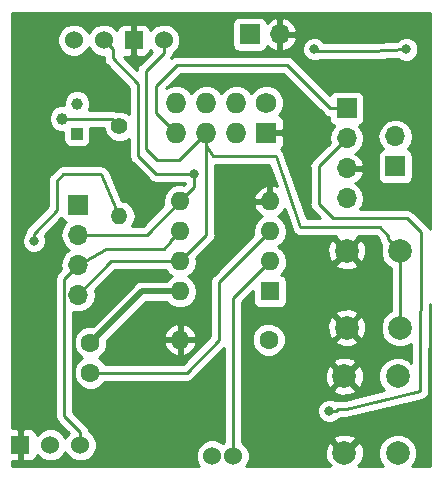
<source format=gbr>
G04 #@! TF.GenerationSoftware,KiCad,Pcbnew,5.0.0-fee4fd1~66~ubuntu16.04.1*
G04 #@! TF.CreationDate,2018-08-17T12:07:40+02:00*
G04 #@! TF.ProjectId,Garden_Guardian,47617264656E5F477561726469616E2E,rev?*
G04 #@! TF.SameCoordinates,Original*
G04 #@! TF.FileFunction,Copper,L2,Bot,Signal*
G04 #@! TF.FilePolarity,Positive*
%FSLAX46Y46*%
G04 Gerber Fmt 4.6, Leading zero omitted, Abs format (unit mm)*
G04 Created by KiCad (PCBNEW 5.0.0-fee4fd1~66~ubuntu16.04.1) date Fri Aug 17 12:07:40 2018*
%MOMM*%
%LPD*%
G01*
G04 APERTURE LIST*
G04 #@! TA.AperFunction,ComponentPad*
%ADD10C,1.524000*%
G04 #@! TD*
G04 #@! TA.AperFunction,ComponentPad*
%ADD11R,1.524000X1.524000*%
G04 #@! TD*
G04 #@! TA.AperFunction,ComponentPad*
%ADD12O,1.600000X1.600000*%
G04 #@! TD*
G04 #@! TA.AperFunction,ComponentPad*
%ADD13C,1.600000*%
G04 #@! TD*
G04 #@! TA.AperFunction,ComponentPad*
%ADD14O,1.700000X1.700000*%
G04 #@! TD*
G04 #@! TA.AperFunction,ComponentPad*
%ADD15R,1.700000X1.700000*%
G04 #@! TD*
G04 #@! TA.AperFunction,ComponentPad*
%ADD16R,1.000000X1.000000*%
G04 #@! TD*
G04 #@! TA.AperFunction,ComponentPad*
%ADD17C,1.000000*%
G04 #@! TD*
G04 #@! TA.AperFunction,ComponentPad*
%ADD18C,2.000000*%
G04 #@! TD*
G04 #@! TA.AperFunction,ComponentPad*
%ADD19C,1.727200*%
G04 #@! TD*
G04 #@! TA.AperFunction,ComponentPad*
%ADD20R,1.727200X1.727200*%
G04 #@! TD*
G04 #@! TA.AperFunction,ComponentPad*
%ADD21O,1.727200X1.727200*%
G04 #@! TD*
G04 #@! TA.AperFunction,ComponentPad*
%ADD22R,1.600000X1.600000*%
G04 #@! TD*
G04 #@! TA.AperFunction,ComponentPad*
%ADD23C,1.400000*%
G04 #@! TD*
G04 #@! TA.AperFunction,ComponentPad*
%ADD24O,1.400000X1.400000*%
G04 #@! TD*
G04 #@! TA.AperFunction,ViaPad*
%ADD25C,0.800000*%
G04 #@! TD*
G04 #@! TA.AperFunction,Conductor*
%ADD26C,0.500000*%
G04 #@! TD*
G04 #@! TA.AperFunction,Conductor*
%ADD27C,0.250000*%
G04 #@! TD*
G04 #@! TA.AperFunction,Conductor*
%ADD28C,0.254000*%
G04 #@! TD*
G04 APERTURE END LIST*
D10*
G04 #@! TO.P,U103,1*
G04 #@! TO.N,/PWR_ON*
X150320000Y-75696000D03*
G04 #@! TO.P,U103,2*
G04 #@! TO.N,/SDA*
X152860000Y-75696000D03*
D11*
G04 #@! TO.P,U103,3*
G04 #@! TO.N,GND*
X155400000Y-75696000D03*
D10*
G04 #@! TO.P,U103,4*
G04 #@! TO.N,/SCL*
X157940000Y-75696000D03*
G04 #@! TD*
G04 #@! TO.P,U104,1*
G04 #@! TO.N,/RADIO*
X150882000Y-109975000D03*
G04 #@! TO.P,U104,2*
G04 #@! TO.N,/PWR_ON*
X148342000Y-109975000D03*
D11*
G04 #@! TO.P,U104,3*
G04 #@! TO.N,GND*
X145802000Y-109975000D03*
G04 #@! TD*
D12*
G04 #@! TO.P,C101,2*
G04 #@! TO.N,GND*
X159310000Y-101070000D03*
D13*
G04 #@! TO.P,C101,1*
G04 #@! TO.N,/RST*
X166810000Y-101070000D03*
G04 #@! TD*
D14*
G04 #@! TO.P,J101,2*
G04 #@! TO.N,GND*
X167750000Y-75210000D03*
D15*
G04 #@! TO.P,J101,1*
G04 #@! TO.N,VCC*
X165210000Y-75210000D03*
G04 #@! TD*
G04 #@! TO.P,J102,1*
G04 #@! TO.N,/ACTIVADOR*
X173410000Y-81480000D03*
D14*
G04 #@! TO.P,J102,2*
G04 #@! TO.N,/STATUS_LED*
X173410000Y-84020000D03*
G04 #@! TO.P,J102,3*
G04 #@! TO.N,GND*
X173410000Y-86560000D03*
G04 #@! TO.P,J102,4*
G04 #@! TO.N,VCC*
X173410000Y-89100000D03*
G04 #@! TD*
G04 #@! TO.P,J103,4*
G04 #@! TO.N,/SCL*
X150680000Y-97250000D03*
G04 #@! TO.P,J103,3*
G04 #@! TO.N,/RADIO*
X150680000Y-94710000D03*
G04 #@! TO.P,J103,2*
G04 #@! TO.N,/SDA*
X150680000Y-92170000D03*
D15*
G04 #@! TO.P,J103,1*
G04 #@! TO.N,/RST*
X150680000Y-89630000D03*
G04 #@! TD*
D14*
G04 #@! TO.P,JP101,2*
G04 #@! TO.N,/ACTIVADOR*
X177540000Y-83860000D03*
D15*
G04 #@! TO.P,JP101,1*
G04 #@! TO.N,VCC*
X177540000Y-86400000D03*
G04 #@! TD*
D16*
G04 #@! TO.P,Q101,1*
G04 #@! TO.N,/PWR_ON*
X150580000Y-83610000D03*
D17*
G04 #@! TO.P,Q101,3*
G04 #@! TO.N,VCC*
X150580000Y-81070000D03*
G04 #@! TO.P,Q101,2*
G04 #@! TO.N,Net-(Q101-Pad2)*
X149310000Y-82340000D03*
G04 #@! TD*
D18*
G04 #@! TO.P,SW101,1*
G04 #@! TO.N,GND*
X173230000Y-104160000D03*
G04 #@! TO.P,SW101,2*
G04 #@! TO.N,Net-(R101-Pad2)*
X177730000Y-104160000D03*
G04 #@! TO.P,SW101,1*
G04 #@! TO.N,GND*
X173230000Y-110660000D03*
G04 #@! TO.P,SW101,2*
G04 #@! TO.N,Net-(R101-Pad2)*
X177730000Y-110660000D03*
G04 #@! TD*
G04 #@! TO.P,SW102,2*
G04 #@! TO.N,/SCL*
X177920000Y-100050000D03*
G04 #@! TO.P,SW102,1*
G04 #@! TO.N,GND*
X173420000Y-100050000D03*
G04 #@! TO.P,SW102,2*
G04 #@! TO.N,/SCL*
X177920000Y-93550000D03*
G04 #@! TO.P,SW102,1*
G04 #@! TO.N,GND*
X173420000Y-93550000D03*
G04 #@! TD*
D19*
G04 #@! TO.P,U101,5*
G04 #@! TO.N,/STATUS_LED*
X166630000Y-81010000D03*
D20*
G04 #@! TO.P,U101,1*
G04 #@! TO.N,GND*
X166630000Y-83550000D03*
D21*
G04 #@! TO.P,U101,6*
G04 #@! TO.N,Net-(R104-Pad1)*
X164090000Y-81010000D03*
G04 #@! TO.P,U101,2*
G04 #@! TO.N,/SDA*
X164090000Y-83550000D03*
G04 #@! TO.P,U101,7*
G04 #@! TO.N,Net-(R101-Pad1)*
X161550000Y-81010000D03*
G04 #@! TO.P,U101,3*
G04 #@! TO.N,/SCL*
X161550000Y-83550000D03*
G04 #@! TO.P,U101,8*
G04 #@! TO.N,VCC*
X159010000Y-81010000D03*
G04 #@! TO.P,U101,4*
G04 #@! TO.N,/ACTIVADOR*
X159010000Y-83550000D03*
G04 #@! TD*
D12*
G04 #@! TO.P,U102,8*
G04 #@! TO.N,/PWR_ON*
X159300000Y-96970000D03*
G04 #@! TO.P,U102,4*
G04 #@! TO.N,GND*
X166920000Y-89350000D03*
G04 #@! TO.P,U102,7*
G04 #@! TO.N,/SCL*
X159300000Y-94430000D03*
G04 #@! TO.P,U102,3*
G04 #@! TO.N,/LDR*
X166920000Y-91890000D03*
G04 #@! TO.P,U102,6*
G04 #@! TO.N,/RADIO*
X159300000Y-91890000D03*
G04 #@! TO.P,U102,2*
G04 #@! TO.N,/HUMEDAD*
X166920000Y-94430000D03*
G04 #@! TO.P,U102,5*
G04 #@! TO.N,/SDA*
X159300000Y-89350000D03*
D22*
G04 #@! TO.P,U102,1*
G04 #@! TO.N,/RST*
X166920000Y-96970000D03*
G04 #@! TD*
D23*
G04 #@! TO.P,R109,1*
G04 #@! TO.N,Net-(Q101-Pad2)*
X154180000Y-83000000D03*
D24*
G04 #@! TO.P,R109,2*
G04 #@! TO.N,/ACTIVADOR*
X154180000Y-90620000D03*
G04 #@! TD*
D13*
G04 #@! TO.P,R102,2*
G04 #@! TO.N,/LDR*
X151730000Y-103850000D03*
G04 #@! TO.P,R102,1*
G04 #@! TO.N,/PWR_ON*
X151730000Y-101310000D03*
G04 #@! TD*
D10*
G04 #@! TO.P,U106,1*
G04 #@! TO.N,/HUMEDAD*
X163799000Y-110908000D03*
G04 #@! TO.P,U106,2*
G04 #@! TO.N,Net-(R108-Pad1)*
X162021000Y-110908000D03*
G04 #@! TD*
D25*
G04 #@! TO.N,/ACTIVADOR*
X146940000Y-92710000D03*
G04 #@! TO.N,/STATUS_LED*
X171930000Y-107090000D03*
G04 #@! TO.N,/SDA*
X160530000Y-87000000D03*
G04 #@! TO.N,Net-(R101-Pad2)*
X170670000Y-76460000D03*
X178460000Y-76480000D03*
G04 #@! TD*
D26*
G04 #@! TO.N,/PWR_ON*
X156070000Y-96970000D02*
X151730000Y-101310000D01*
X159300000Y-96970000D02*
X156070000Y-96970000D01*
D27*
G04 #@! TO.N,/ACTIVADOR*
X159010000Y-83550000D02*
X157290000Y-81830000D01*
X157290000Y-81830000D02*
X157290000Y-79570000D01*
X157290000Y-79570000D02*
X159070000Y-77790000D01*
X159070000Y-77790000D02*
X168360000Y-77790000D01*
X172050000Y-81480000D02*
X173410000Y-81480000D01*
X168360000Y-77790000D02*
X172050000Y-81480000D01*
X152620000Y-87070000D02*
X154180000Y-90620000D01*
X149430000Y-87070000D02*
X152620000Y-87070000D01*
X148880000Y-87620000D02*
X149430000Y-87070000D01*
X148880000Y-90100000D02*
X148880000Y-87620000D01*
X146940000Y-92710000D02*
X146940000Y-92100000D01*
X146940000Y-92100000D02*
X146989999Y-91990001D01*
X146989999Y-91990001D02*
X148880000Y-90100000D01*
G04 #@! TO.N,/STATUS_LED*
X171040000Y-86390000D02*
X173410000Y-84020000D01*
X171040000Y-89570000D02*
X171040000Y-86390000D01*
X172240000Y-90770000D02*
X171040000Y-89570000D01*
X178520000Y-90770000D02*
X172240000Y-90770000D01*
X179720000Y-91970000D02*
X178520000Y-90770000D01*
X179620000Y-105430000D02*
X179720000Y-91970000D01*
X171930000Y-107090000D02*
X172495685Y-107090000D01*
X172495685Y-107090000D02*
X172665685Y-106920000D01*
X172665685Y-106920000D02*
X173360000Y-106920000D01*
X173360000Y-106920000D02*
X179620000Y-105430000D01*
G04 #@! TO.N,/SCL*
X157940000Y-76773630D02*
X156410000Y-78303630D01*
X157940000Y-75696000D02*
X157940000Y-76773630D01*
X156410000Y-78303630D02*
X156410000Y-84960000D01*
X156410000Y-84960000D02*
X157320000Y-85870000D01*
X159230000Y-85870000D02*
X161550000Y-83550000D01*
X157320000Y-85870000D02*
X159230000Y-85870000D01*
X177920000Y-98635787D02*
X177920000Y-93550000D01*
X177920000Y-100050000D02*
X177920000Y-98635787D01*
X176920001Y-92250001D02*
X176920001Y-92550001D01*
X176220000Y-91550000D02*
X176920001Y-92250001D01*
X169500000Y-91530000D02*
X176220000Y-91550000D01*
X167420000Y-85550000D02*
X169500000Y-91530000D01*
X176920001Y-92550001D02*
X177920000Y-93550000D01*
X161550000Y-83550000D02*
X161550000Y-84771314D01*
X161550000Y-84771314D02*
X161570000Y-84791314D01*
X161570000Y-84791314D02*
X162130000Y-85550000D01*
X162130000Y-85550000D02*
X167420000Y-85550000D01*
X161550000Y-92180000D02*
X161550000Y-83550000D01*
X159300000Y-94430000D02*
X161550000Y-92180000D01*
X153500000Y-94430000D02*
X159300000Y-94430000D01*
X150680000Y-97250000D02*
X153500000Y-94430000D01*
G04 #@! TO.N,/RADIO*
X153010000Y-93420000D02*
X157930000Y-93400000D01*
X150680000Y-94710000D02*
X153010000Y-93420000D01*
X158500001Y-92829999D02*
X157930000Y-93400000D01*
X158500001Y-92689999D02*
X158500001Y-92829999D01*
X159300000Y-91890000D02*
X158500001Y-92689999D01*
X149830001Y-95559999D02*
X150680000Y-94710000D01*
X149504999Y-95885001D02*
X149830001Y-95559999D01*
X149504999Y-107520369D02*
X149504999Y-95885001D01*
X150882000Y-108897370D02*
X149504999Y-107520369D01*
X150882000Y-109975000D02*
X150882000Y-108897370D01*
G04 #@! TO.N,/SDA*
X153621999Y-76457999D02*
X153621999Y-77251999D01*
X152860000Y-75696000D02*
X153621999Y-76457999D01*
X153621999Y-77251999D02*
X155790000Y-79420000D01*
X155790000Y-79420000D02*
X155790000Y-85550000D01*
X155790000Y-85550000D02*
X157240000Y-87000000D01*
X157240000Y-87000000D02*
X160530000Y-87000000D01*
X160530000Y-88120000D02*
X160530000Y-87000000D01*
X159300000Y-89350000D02*
X160530000Y-88120000D01*
X156480000Y-92170000D02*
X159300000Y-89350000D01*
X150680000Y-92170000D02*
X156480000Y-92170000D01*
G04 #@! TO.N,Net-(Q101-Pad2)*
X153520000Y-82340000D02*
X154180000Y-83000000D01*
X149310000Y-82340000D02*
X153520000Y-82340000D01*
G04 #@! TO.N,/LDR*
X166920000Y-91890000D02*
X162650000Y-96160000D01*
X162650000Y-96160000D02*
X162650000Y-101100000D01*
X159900000Y-103850000D02*
X151730000Y-103850000D01*
X162650000Y-101100000D02*
X159900000Y-103850000D01*
G04 #@! TO.N,/HUMEDAD*
X163789000Y-97561000D02*
X166920000Y-94430000D01*
X163810000Y-110960000D02*
X163789000Y-97561000D01*
G04 #@! TO.N,Net-(R101-Pad2)*
X170800000Y-76590000D02*
X170670000Y-76460000D01*
X175490000Y-76590000D02*
X170800000Y-76590000D01*
X178460000Y-76480000D02*
X175490000Y-76590000D01*
G04 #@! TD*
D28*
G04 #@! TO.N,GND*
G36*
X180435000Y-91672111D02*
X180353416Y-91550011D01*
X180271984Y-91426158D01*
X180206493Y-91381691D01*
X179110331Y-90285530D01*
X179067929Y-90222071D01*
X178816537Y-90054096D01*
X178594852Y-90010000D01*
X178594847Y-90010000D01*
X178520000Y-89995112D01*
X178445153Y-90010000D01*
X174587951Y-90010000D01*
X174808839Y-89679418D01*
X174924092Y-89100000D01*
X174808839Y-88520582D01*
X174480625Y-88029375D01*
X174161522Y-87816157D01*
X174291358Y-87755183D01*
X174681645Y-87326924D01*
X174851476Y-86916890D01*
X174730155Y-86687000D01*
X173537000Y-86687000D01*
X173537000Y-86707000D01*
X173283000Y-86707000D01*
X173283000Y-86687000D01*
X173263000Y-86687000D01*
X173263000Y-86433000D01*
X173283000Y-86433000D01*
X173283000Y-86413000D01*
X173537000Y-86413000D01*
X173537000Y-86433000D01*
X174730155Y-86433000D01*
X174851476Y-86203110D01*
X174681645Y-85793076D01*
X174291358Y-85364817D01*
X174161522Y-85303843D01*
X174480625Y-85090625D01*
X174808839Y-84599418D01*
X174924092Y-84020000D01*
X174892267Y-83860000D01*
X176025908Y-83860000D01*
X176141161Y-84439418D01*
X176469375Y-84930625D01*
X176487619Y-84942816D01*
X176442235Y-84951843D01*
X176232191Y-85092191D01*
X176091843Y-85302235D01*
X176042560Y-85550000D01*
X176042560Y-87250000D01*
X176091843Y-87497765D01*
X176232191Y-87707809D01*
X176442235Y-87848157D01*
X176690000Y-87897440D01*
X178390000Y-87897440D01*
X178637765Y-87848157D01*
X178847809Y-87707809D01*
X178988157Y-87497765D01*
X179037440Y-87250000D01*
X179037440Y-85550000D01*
X178988157Y-85302235D01*
X178847809Y-85092191D01*
X178637765Y-84951843D01*
X178592381Y-84942816D01*
X178610625Y-84930625D01*
X178938839Y-84439418D01*
X179054092Y-83860000D01*
X178938839Y-83280582D01*
X178610625Y-82789375D01*
X178119418Y-82461161D01*
X177686256Y-82375000D01*
X177393744Y-82375000D01*
X176960582Y-82461161D01*
X176469375Y-82789375D01*
X176141161Y-83280582D01*
X176025908Y-83860000D01*
X174892267Y-83860000D01*
X174808839Y-83440582D01*
X174480625Y-82949375D01*
X174462381Y-82937184D01*
X174507765Y-82928157D01*
X174717809Y-82787809D01*
X174858157Y-82577765D01*
X174907440Y-82330000D01*
X174907440Y-80630000D01*
X174858157Y-80382235D01*
X174717809Y-80172191D01*
X174507765Y-80031843D01*
X174260000Y-79982560D01*
X172560000Y-79982560D01*
X172312235Y-80031843D01*
X172102191Y-80172191D01*
X171987956Y-80343154D01*
X168950331Y-77305530D01*
X168907929Y-77242071D01*
X168656537Y-77074096D01*
X168434852Y-77030000D01*
X168434847Y-77030000D01*
X168360000Y-77015112D01*
X168285153Y-77030000D01*
X159144846Y-77030000D01*
X159069999Y-77015112D01*
X158995152Y-77030000D01*
X158995148Y-77030000D01*
X158773463Y-77074096D01*
X158556342Y-77219172D01*
X158569372Y-77199671D01*
X158655904Y-77070168D01*
X158680906Y-76944472D01*
X158690285Y-76897324D01*
X158731337Y-76880320D01*
X159124320Y-76487337D01*
X159337000Y-75973881D01*
X159337000Y-75418119D01*
X159124320Y-74904663D01*
X158731337Y-74511680D01*
X158365149Y-74360000D01*
X163712560Y-74360000D01*
X163712560Y-76060000D01*
X163761843Y-76307765D01*
X163902191Y-76517809D01*
X164112235Y-76658157D01*
X164360000Y-76707440D01*
X166060000Y-76707440D01*
X166307765Y-76658157D01*
X166517809Y-76517809D01*
X166658157Y-76307765D01*
X166678739Y-76204292D01*
X166983076Y-76481645D01*
X167393110Y-76651476D01*
X167623000Y-76530155D01*
X167623000Y-75337000D01*
X167877000Y-75337000D01*
X167877000Y-76530155D01*
X168106890Y-76651476D01*
X168516924Y-76481645D01*
X168766578Y-76254126D01*
X169635000Y-76254126D01*
X169635000Y-76665874D01*
X169792569Y-77046280D01*
X170083720Y-77337431D01*
X170464126Y-77495000D01*
X170875874Y-77495000D01*
X171225936Y-77350000D01*
X175429333Y-77350000D01*
X175443329Y-77352249D01*
X175504052Y-77350000D01*
X175564852Y-77350000D01*
X175578763Y-77347233D01*
X177781923Y-77265634D01*
X177873720Y-77357431D01*
X178254126Y-77515000D01*
X178665874Y-77515000D01*
X179046280Y-77357431D01*
X179337431Y-77066280D01*
X179495000Y-76685874D01*
X179495000Y-76274126D01*
X179337431Y-75893720D01*
X179046280Y-75602569D01*
X178665874Y-75445000D01*
X178254126Y-75445000D01*
X177873720Y-75602569D01*
X177729764Y-75746525D01*
X175475955Y-75830000D01*
X171503711Y-75830000D01*
X171256280Y-75582569D01*
X170875874Y-75425000D01*
X170464126Y-75425000D01*
X170083720Y-75582569D01*
X169792569Y-75873720D01*
X169635000Y-76254126D01*
X168766578Y-76254126D01*
X168945183Y-76091358D01*
X169191486Y-75566892D01*
X169070819Y-75337000D01*
X167877000Y-75337000D01*
X167623000Y-75337000D01*
X167603000Y-75337000D01*
X167603000Y-75083000D01*
X167623000Y-75083000D01*
X167623000Y-73889845D01*
X167877000Y-73889845D01*
X167877000Y-75083000D01*
X169070819Y-75083000D01*
X169191486Y-74853108D01*
X168945183Y-74328642D01*
X168516924Y-73938355D01*
X168106890Y-73768524D01*
X167877000Y-73889845D01*
X167623000Y-73889845D01*
X167393110Y-73768524D01*
X166983076Y-73938355D01*
X166678739Y-74215708D01*
X166658157Y-74112235D01*
X166517809Y-73902191D01*
X166307765Y-73761843D01*
X166060000Y-73712560D01*
X164360000Y-73712560D01*
X164112235Y-73761843D01*
X163902191Y-73902191D01*
X163761843Y-74112235D01*
X163712560Y-74360000D01*
X158365149Y-74360000D01*
X158217881Y-74299000D01*
X157662119Y-74299000D01*
X157148663Y-74511680D01*
X156797000Y-74863343D01*
X156797000Y-74807690D01*
X156700327Y-74574301D01*
X156521698Y-74395673D01*
X156288309Y-74299000D01*
X155685750Y-74299000D01*
X155527000Y-74457750D01*
X155527000Y-75569000D01*
X155547000Y-75569000D01*
X155547000Y-75823000D01*
X155527000Y-75823000D01*
X155527000Y-76934250D01*
X155685750Y-77093000D01*
X156288309Y-77093000D01*
X156521698Y-76996327D01*
X156700327Y-76817699D01*
X156797000Y-76584310D01*
X156797000Y-76528657D01*
X156953586Y-76685243D01*
X155925530Y-77713299D01*
X155862071Y-77755701D01*
X155694096Y-78007094D01*
X155653912Y-78209110D01*
X154537801Y-77093000D01*
X155114250Y-77093000D01*
X155273000Y-76934250D01*
X155273000Y-75823000D01*
X155253000Y-75823000D01*
X155253000Y-75569000D01*
X155273000Y-75569000D01*
X155273000Y-74457750D01*
X155114250Y-74299000D01*
X154511691Y-74299000D01*
X154278302Y-74395673D01*
X154099673Y-74574301D01*
X154003000Y-74807690D01*
X154003000Y-74863343D01*
X153651337Y-74511680D01*
X153137881Y-74299000D01*
X152582119Y-74299000D01*
X152068663Y-74511680D01*
X151675680Y-74904663D01*
X151590000Y-75111513D01*
X151504320Y-74904663D01*
X151111337Y-74511680D01*
X150597881Y-74299000D01*
X150042119Y-74299000D01*
X149528663Y-74511680D01*
X149135680Y-74904663D01*
X148923000Y-75418119D01*
X148923000Y-75973881D01*
X149135680Y-76487337D01*
X149528663Y-76880320D01*
X150042119Y-77093000D01*
X150597881Y-77093000D01*
X151111337Y-76880320D01*
X151504320Y-76487337D01*
X151590000Y-76280487D01*
X151675680Y-76487337D01*
X152068663Y-76880320D01*
X152582119Y-77093000D01*
X152861999Y-77093000D01*
X152861999Y-77177152D01*
X152847111Y-77251999D01*
X152861999Y-77326846D01*
X152861999Y-77326851D01*
X152906096Y-77548536D01*
X153074071Y-77799928D01*
X153137527Y-77842328D01*
X155030000Y-79734803D01*
X155030000Y-81962025D01*
X154936217Y-81868242D01*
X154445548Y-81665000D01*
X153914452Y-81665000D01*
X153891798Y-81674384D01*
X153816537Y-81624096D01*
X153594852Y-81580000D01*
X153594847Y-81580000D01*
X153520000Y-81565112D01*
X153445153Y-81580000D01*
X151597267Y-81580000D01*
X151715000Y-81295766D01*
X151715000Y-80844234D01*
X151542207Y-80427074D01*
X151222926Y-80107793D01*
X150805766Y-79935000D01*
X150354234Y-79935000D01*
X149937074Y-80107793D01*
X149617793Y-80427074D01*
X149445000Y-80844234D01*
X149445000Y-81205000D01*
X149084234Y-81205000D01*
X148667074Y-81377793D01*
X148347793Y-81697074D01*
X148175000Y-82114234D01*
X148175000Y-82565766D01*
X148347793Y-82982926D01*
X148667074Y-83302207D01*
X149084234Y-83475000D01*
X149432560Y-83475000D01*
X149432560Y-84110000D01*
X149481843Y-84357765D01*
X149622191Y-84567809D01*
X149832235Y-84708157D01*
X150080000Y-84757440D01*
X151080000Y-84757440D01*
X151327765Y-84708157D01*
X151537809Y-84567809D01*
X151678157Y-84357765D01*
X151727440Y-84110000D01*
X151727440Y-83110000D01*
X151725451Y-83100000D01*
X152845000Y-83100000D01*
X152845000Y-83265548D01*
X153048242Y-83756217D01*
X153423783Y-84131758D01*
X153914452Y-84335000D01*
X154445548Y-84335000D01*
X154936217Y-84131758D01*
X155030001Y-84037974D01*
X155030001Y-85475148D01*
X155015112Y-85550000D01*
X155074097Y-85846537D01*
X155153252Y-85965000D01*
X155242072Y-86097929D01*
X155305528Y-86140329D01*
X156649671Y-87484473D01*
X156692071Y-87547929D01*
X156755527Y-87590329D01*
X156943462Y-87715904D01*
X156991605Y-87725480D01*
X157165148Y-87760000D01*
X157165152Y-87760000D01*
X157240000Y-87774888D01*
X157314848Y-87760000D01*
X159770000Y-87760000D01*
X159770000Y-87805198D01*
X159623886Y-87951312D01*
X159441333Y-87915000D01*
X159158667Y-87915000D01*
X158740091Y-87998260D01*
X158265423Y-88315423D01*
X157948260Y-88790091D01*
X157836887Y-89350000D01*
X157901312Y-89673886D01*
X156165199Y-91410000D01*
X155257729Y-91410000D01*
X155437542Y-91140891D01*
X155541154Y-90620000D01*
X155437542Y-90099109D01*
X155142481Y-89657519D01*
X154700891Y-89362458D01*
X154434223Y-89309414D01*
X153349195Y-86840279D01*
X153335904Y-86773463D01*
X153288959Y-86703206D01*
X153285670Y-86695720D01*
X153247425Y-86641045D01*
X153167929Y-86522071D01*
X153160933Y-86517397D01*
X153156114Y-86510507D01*
X153035525Y-86433601D01*
X152916537Y-86354096D01*
X152908286Y-86352455D01*
X152901196Y-86347933D01*
X152760340Y-86323026D01*
X152694852Y-86310000D01*
X152686671Y-86310000D01*
X152603469Y-86295288D01*
X152536956Y-86310000D01*
X149504846Y-86310000D01*
X149429999Y-86295112D01*
X149355152Y-86310000D01*
X149355148Y-86310000D01*
X149133463Y-86354096D01*
X149133461Y-86354097D01*
X149133462Y-86354097D01*
X148945526Y-86479671D01*
X148945524Y-86479673D01*
X148882071Y-86522071D01*
X148839672Y-86585525D01*
X148395527Y-87029672D01*
X148332072Y-87072071D01*
X148289672Y-87135527D01*
X148289671Y-87135528D01*
X148164097Y-87323463D01*
X148105112Y-87620000D01*
X148120001Y-87694852D01*
X148120000Y-89785198D01*
X146514747Y-91390452D01*
X146460970Y-91423803D01*
X146408858Y-91496341D01*
X146399670Y-91505529D01*
X146365254Y-91557036D01*
X146329093Y-91607371D01*
X146323714Y-91619206D01*
X146274096Y-91693464D01*
X146264135Y-91743541D01*
X146224096Y-91803463D01*
X146197114Y-91939110D01*
X146181783Y-92004506D01*
X146062569Y-92123720D01*
X145905000Y-92504126D01*
X145905000Y-92915874D01*
X146062569Y-93296280D01*
X146353720Y-93587431D01*
X146734126Y-93745000D01*
X147145874Y-93745000D01*
X147526280Y-93587431D01*
X147817431Y-93296280D01*
X147975000Y-92915874D01*
X147975000Y-92504126D01*
X147850718Y-92204083D01*
X149269973Y-90784829D01*
X149372191Y-90937809D01*
X149582235Y-91078157D01*
X149627619Y-91087184D01*
X149609375Y-91099375D01*
X149281161Y-91590582D01*
X149165908Y-92170000D01*
X149281161Y-92749418D01*
X149609375Y-93240625D01*
X149907761Y-93440000D01*
X149609375Y-93639375D01*
X149281161Y-94130582D01*
X149165908Y-94710000D01*
X149238791Y-95076408D01*
X149020527Y-95294672D01*
X148957071Y-95337072D01*
X148914671Y-95400528D01*
X148914670Y-95400529D01*
X148789096Y-95588464D01*
X148730111Y-95885001D01*
X148745000Y-95959853D01*
X148744999Y-107445522D01*
X148730111Y-107520369D01*
X148744999Y-107595216D01*
X148744999Y-107595220D01*
X148789095Y-107816905D01*
X148957070Y-108068298D01*
X149020529Y-108110700D01*
X149895585Y-108985758D01*
X149697680Y-109183663D01*
X149612000Y-109390513D01*
X149526320Y-109183663D01*
X149133337Y-108790680D01*
X148619881Y-108578000D01*
X148064119Y-108578000D01*
X147550663Y-108790680D01*
X147199000Y-109142343D01*
X147199000Y-109086690D01*
X147102327Y-108853301D01*
X146923698Y-108674673D01*
X146690309Y-108578000D01*
X146087750Y-108578000D01*
X145929000Y-108736750D01*
X145929000Y-109848000D01*
X145949000Y-109848000D01*
X145949000Y-110102000D01*
X145929000Y-110102000D01*
X145929000Y-111213250D01*
X146087750Y-111372000D01*
X146690309Y-111372000D01*
X146923698Y-111275327D01*
X147102327Y-111096699D01*
X147199000Y-110863310D01*
X147199000Y-110807657D01*
X147550663Y-111159320D01*
X148064119Y-111372000D01*
X148619881Y-111372000D01*
X149133337Y-111159320D01*
X149526320Y-110766337D01*
X149612000Y-110559487D01*
X149697680Y-110766337D01*
X150090663Y-111159320D01*
X150604119Y-111372000D01*
X151159881Y-111372000D01*
X151673337Y-111159320D01*
X152066320Y-110766337D01*
X152279000Y-110252881D01*
X152279000Y-109697119D01*
X152066320Y-109183663D01*
X151673337Y-108790680D01*
X151632285Y-108773676D01*
X151597904Y-108600833D01*
X151556102Y-108538272D01*
X151472329Y-108412896D01*
X151472327Y-108412894D01*
X151429929Y-108349441D01*
X151366476Y-108307043D01*
X150264999Y-107205568D01*
X150264999Y-98681543D01*
X150533744Y-98735000D01*
X150826256Y-98735000D01*
X151259418Y-98648839D01*
X151750625Y-98320625D01*
X152078839Y-97829418D01*
X152194092Y-97250000D01*
X152121209Y-96883592D01*
X153814802Y-95190000D01*
X158081957Y-95190000D01*
X158265423Y-95464577D01*
X158617758Y-95700000D01*
X158265423Y-95935423D01*
X158165479Y-96085000D01*
X156157161Y-96085000D01*
X156070000Y-96067663D01*
X155982839Y-96085000D01*
X155982835Y-96085000D01*
X155724690Y-96136348D01*
X155505845Y-96282576D01*
X155505844Y-96282577D01*
X155431951Y-96331951D01*
X155382577Y-96405844D01*
X151913422Y-99875000D01*
X151444561Y-99875000D01*
X150917138Y-100093466D01*
X150513466Y-100497138D01*
X150295000Y-101024561D01*
X150295000Y-101595439D01*
X150513466Y-102122862D01*
X150917138Y-102526534D01*
X151046216Y-102580000D01*
X150917138Y-102633466D01*
X150513466Y-103037138D01*
X150295000Y-103564561D01*
X150295000Y-104135439D01*
X150513466Y-104662862D01*
X150917138Y-105066534D01*
X151444561Y-105285000D01*
X152015439Y-105285000D01*
X152542862Y-105066534D01*
X152946534Y-104662862D01*
X152968430Y-104610000D01*
X159825153Y-104610000D01*
X159900000Y-104624888D01*
X159974847Y-104610000D01*
X159974852Y-104610000D01*
X160196537Y-104565904D01*
X160447929Y-104397929D01*
X160490331Y-104334470D01*
X163035626Y-101789177D01*
X163048036Y-109706957D01*
X163007663Y-109723680D01*
X162910000Y-109821343D01*
X162812337Y-109723680D01*
X162298881Y-109511000D01*
X161743119Y-109511000D01*
X161229663Y-109723680D01*
X160836680Y-110116663D01*
X160624000Y-110630119D01*
X160624000Y-111185881D01*
X160836680Y-111699337D01*
X160897855Y-111760512D01*
X145114482Y-111764814D01*
X145114185Y-111372000D01*
X145516250Y-111372000D01*
X145675000Y-111213250D01*
X145675000Y-110102000D01*
X145655000Y-110102000D01*
X145655000Y-109848000D01*
X145675000Y-109848000D01*
X145675000Y-108736750D01*
X145516250Y-108578000D01*
X145112075Y-108578000D01*
X145085516Y-73414067D01*
X180435000Y-73365933D01*
X180435000Y-91672111D01*
X180435000Y-91672111D01*
G37*
X180435000Y-91672111D02*
X180353416Y-91550011D01*
X180271984Y-91426158D01*
X180206493Y-91381691D01*
X179110331Y-90285530D01*
X179067929Y-90222071D01*
X178816537Y-90054096D01*
X178594852Y-90010000D01*
X178594847Y-90010000D01*
X178520000Y-89995112D01*
X178445153Y-90010000D01*
X174587951Y-90010000D01*
X174808839Y-89679418D01*
X174924092Y-89100000D01*
X174808839Y-88520582D01*
X174480625Y-88029375D01*
X174161522Y-87816157D01*
X174291358Y-87755183D01*
X174681645Y-87326924D01*
X174851476Y-86916890D01*
X174730155Y-86687000D01*
X173537000Y-86687000D01*
X173537000Y-86707000D01*
X173283000Y-86707000D01*
X173283000Y-86687000D01*
X173263000Y-86687000D01*
X173263000Y-86433000D01*
X173283000Y-86433000D01*
X173283000Y-86413000D01*
X173537000Y-86413000D01*
X173537000Y-86433000D01*
X174730155Y-86433000D01*
X174851476Y-86203110D01*
X174681645Y-85793076D01*
X174291358Y-85364817D01*
X174161522Y-85303843D01*
X174480625Y-85090625D01*
X174808839Y-84599418D01*
X174924092Y-84020000D01*
X174892267Y-83860000D01*
X176025908Y-83860000D01*
X176141161Y-84439418D01*
X176469375Y-84930625D01*
X176487619Y-84942816D01*
X176442235Y-84951843D01*
X176232191Y-85092191D01*
X176091843Y-85302235D01*
X176042560Y-85550000D01*
X176042560Y-87250000D01*
X176091843Y-87497765D01*
X176232191Y-87707809D01*
X176442235Y-87848157D01*
X176690000Y-87897440D01*
X178390000Y-87897440D01*
X178637765Y-87848157D01*
X178847809Y-87707809D01*
X178988157Y-87497765D01*
X179037440Y-87250000D01*
X179037440Y-85550000D01*
X178988157Y-85302235D01*
X178847809Y-85092191D01*
X178637765Y-84951843D01*
X178592381Y-84942816D01*
X178610625Y-84930625D01*
X178938839Y-84439418D01*
X179054092Y-83860000D01*
X178938839Y-83280582D01*
X178610625Y-82789375D01*
X178119418Y-82461161D01*
X177686256Y-82375000D01*
X177393744Y-82375000D01*
X176960582Y-82461161D01*
X176469375Y-82789375D01*
X176141161Y-83280582D01*
X176025908Y-83860000D01*
X174892267Y-83860000D01*
X174808839Y-83440582D01*
X174480625Y-82949375D01*
X174462381Y-82937184D01*
X174507765Y-82928157D01*
X174717809Y-82787809D01*
X174858157Y-82577765D01*
X174907440Y-82330000D01*
X174907440Y-80630000D01*
X174858157Y-80382235D01*
X174717809Y-80172191D01*
X174507765Y-80031843D01*
X174260000Y-79982560D01*
X172560000Y-79982560D01*
X172312235Y-80031843D01*
X172102191Y-80172191D01*
X171987956Y-80343154D01*
X168950331Y-77305530D01*
X168907929Y-77242071D01*
X168656537Y-77074096D01*
X168434852Y-77030000D01*
X168434847Y-77030000D01*
X168360000Y-77015112D01*
X168285153Y-77030000D01*
X159144846Y-77030000D01*
X159069999Y-77015112D01*
X158995152Y-77030000D01*
X158995148Y-77030000D01*
X158773463Y-77074096D01*
X158556342Y-77219172D01*
X158569372Y-77199671D01*
X158655904Y-77070168D01*
X158680906Y-76944472D01*
X158690285Y-76897324D01*
X158731337Y-76880320D01*
X159124320Y-76487337D01*
X159337000Y-75973881D01*
X159337000Y-75418119D01*
X159124320Y-74904663D01*
X158731337Y-74511680D01*
X158365149Y-74360000D01*
X163712560Y-74360000D01*
X163712560Y-76060000D01*
X163761843Y-76307765D01*
X163902191Y-76517809D01*
X164112235Y-76658157D01*
X164360000Y-76707440D01*
X166060000Y-76707440D01*
X166307765Y-76658157D01*
X166517809Y-76517809D01*
X166658157Y-76307765D01*
X166678739Y-76204292D01*
X166983076Y-76481645D01*
X167393110Y-76651476D01*
X167623000Y-76530155D01*
X167623000Y-75337000D01*
X167877000Y-75337000D01*
X167877000Y-76530155D01*
X168106890Y-76651476D01*
X168516924Y-76481645D01*
X168766578Y-76254126D01*
X169635000Y-76254126D01*
X169635000Y-76665874D01*
X169792569Y-77046280D01*
X170083720Y-77337431D01*
X170464126Y-77495000D01*
X170875874Y-77495000D01*
X171225936Y-77350000D01*
X175429333Y-77350000D01*
X175443329Y-77352249D01*
X175504052Y-77350000D01*
X175564852Y-77350000D01*
X175578763Y-77347233D01*
X177781923Y-77265634D01*
X177873720Y-77357431D01*
X178254126Y-77515000D01*
X178665874Y-77515000D01*
X179046280Y-77357431D01*
X179337431Y-77066280D01*
X179495000Y-76685874D01*
X179495000Y-76274126D01*
X179337431Y-75893720D01*
X179046280Y-75602569D01*
X178665874Y-75445000D01*
X178254126Y-75445000D01*
X177873720Y-75602569D01*
X177729764Y-75746525D01*
X175475955Y-75830000D01*
X171503711Y-75830000D01*
X171256280Y-75582569D01*
X170875874Y-75425000D01*
X170464126Y-75425000D01*
X170083720Y-75582569D01*
X169792569Y-75873720D01*
X169635000Y-76254126D01*
X168766578Y-76254126D01*
X168945183Y-76091358D01*
X169191486Y-75566892D01*
X169070819Y-75337000D01*
X167877000Y-75337000D01*
X167623000Y-75337000D01*
X167603000Y-75337000D01*
X167603000Y-75083000D01*
X167623000Y-75083000D01*
X167623000Y-73889845D01*
X167877000Y-73889845D01*
X167877000Y-75083000D01*
X169070819Y-75083000D01*
X169191486Y-74853108D01*
X168945183Y-74328642D01*
X168516924Y-73938355D01*
X168106890Y-73768524D01*
X167877000Y-73889845D01*
X167623000Y-73889845D01*
X167393110Y-73768524D01*
X166983076Y-73938355D01*
X166678739Y-74215708D01*
X166658157Y-74112235D01*
X166517809Y-73902191D01*
X166307765Y-73761843D01*
X166060000Y-73712560D01*
X164360000Y-73712560D01*
X164112235Y-73761843D01*
X163902191Y-73902191D01*
X163761843Y-74112235D01*
X163712560Y-74360000D01*
X158365149Y-74360000D01*
X158217881Y-74299000D01*
X157662119Y-74299000D01*
X157148663Y-74511680D01*
X156797000Y-74863343D01*
X156797000Y-74807690D01*
X156700327Y-74574301D01*
X156521698Y-74395673D01*
X156288309Y-74299000D01*
X155685750Y-74299000D01*
X155527000Y-74457750D01*
X155527000Y-75569000D01*
X155547000Y-75569000D01*
X155547000Y-75823000D01*
X155527000Y-75823000D01*
X155527000Y-76934250D01*
X155685750Y-77093000D01*
X156288309Y-77093000D01*
X156521698Y-76996327D01*
X156700327Y-76817699D01*
X156797000Y-76584310D01*
X156797000Y-76528657D01*
X156953586Y-76685243D01*
X155925530Y-77713299D01*
X155862071Y-77755701D01*
X155694096Y-78007094D01*
X155653912Y-78209110D01*
X154537801Y-77093000D01*
X155114250Y-77093000D01*
X155273000Y-76934250D01*
X155273000Y-75823000D01*
X155253000Y-75823000D01*
X155253000Y-75569000D01*
X155273000Y-75569000D01*
X155273000Y-74457750D01*
X155114250Y-74299000D01*
X154511691Y-74299000D01*
X154278302Y-74395673D01*
X154099673Y-74574301D01*
X154003000Y-74807690D01*
X154003000Y-74863343D01*
X153651337Y-74511680D01*
X153137881Y-74299000D01*
X152582119Y-74299000D01*
X152068663Y-74511680D01*
X151675680Y-74904663D01*
X151590000Y-75111513D01*
X151504320Y-74904663D01*
X151111337Y-74511680D01*
X150597881Y-74299000D01*
X150042119Y-74299000D01*
X149528663Y-74511680D01*
X149135680Y-74904663D01*
X148923000Y-75418119D01*
X148923000Y-75973881D01*
X149135680Y-76487337D01*
X149528663Y-76880320D01*
X150042119Y-77093000D01*
X150597881Y-77093000D01*
X151111337Y-76880320D01*
X151504320Y-76487337D01*
X151590000Y-76280487D01*
X151675680Y-76487337D01*
X152068663Y-76880320D01*
X152582119Y-77093000D01*
X152861999Y-77093000D01*
X152861999Y-77177152D01*
X152847111Y-77251999D01*
X152861999Y-77326846D01*
X152861999Y-77326851D01*
X152906096Y-77548536D01*
X153074071Y-77799928D01*
X153137527Y-77842328D01*
X155030000Y-79734803D01*
X155030000Y-81962025D01*
X154936217Y-81868242D01*
X154445548Y-81665000D01*
X153914452Y-81665000D01*
X153891798Y-81674384D01*
X153816537Y-81624096D01*
X153594852Y-81580000D01*
X153594847Y-81580000D01*
X153520000Y-81565112D01*
X153445153Y-81580000D01*
X151597267Y-81580000D01*
X151715000Y-81295766D01*
X151715000Y-80844234D01*
X151542207Y-80427074D01*
X151222926Y-80107793D01*
X150805766Y-79935000D01*
X150354234Y-79935000D01*
X149937074Y-80107793D01*
X149617793Y-80427074D01*
X149445000Y-80844234D01*
X149445000Y-81205000D01*
X149084234Y-81205000D01*
X148667074Y-81377793D01*
X148347793Y-81697074D01*
X148175000Y-82114234D01*
X148175000Y-82565766D01*
X148347793Y-82982926D01*
X148667074Y-83302207D01*
X149084234Y-83475000D01*
X149432560Y-83475000D01*
X149432560Y-84110000D01*
X149481843Y-84357765D01*
X149622191Y-84567809D01*
X149832235Y-84708157D01*
X150080000Y-84757440D01*
X151080000Y-84757440D01*
X151327765Y-84708157D01*
X151537809Y-84567809D01*
X151678157Y-84357765D01*
X151727440Y-84110000D01*
X151727440Y-83110000D01*
X151725451Y-83100000D01*
X152845000Y-83100000D01*
X152845000Y-83265548D01*
X153048242Y-83756217D01*
X153423783Y-84131758D01*
X153914452Y-84335000D01*
X154445548Y-84335000D01*
X154936217Y-84131758D01*
X155030001Y-84037974D01*
X155030001Y-85475148D01*
X155015112Y-85550000D01*
X155074097Y-85846537D01*
X155153252Y-85965000D01*
X155242072Y-86097929D01*
X155305528Y-86140329D01*
X156649671Y-87484473D01*
X156692071Y-87547929D01*
X156755527Y-87590329D01*
X156943462Y-87715904D01*
X156991605Y-87725480D01*
X157165148Y-87760000D01*
X157165152Y-87760000D01*
X157240000Y-87774888D01*
X157314848Y-87760000D01*
X159770000Y-87760000D01*
X159770000Y-87805198D01*
X159623886Y-87951312D01*
X159441333Y-87915000D01*
X159158667Y-87915000D01*
X158740091Y-87998260D01*
X158265423Y-88315423D01*
X157948260Y-88790091D01*
X157836887Y-89350000D01*
X157901312Y-89673886D01*
X156165199Y-91410000D01*
X155257729Y-91410000D01*
X155437542Y-91140891D01*
X155541154Y-90620000D01*
X155437542Y-90099109D01*
X155142481Y-89657519D01*
X154700891Y-89362458D01*
X154434223Y-89309414D01*
X153349195Y-86840279D01*
X153335904Y-86773463D01*
X153288959Y-86703206D01*
X153285670Y-86695720D01*
X153247425Y-86641045D01*
X153167929Y-86522071D01*
X153160933Y-86517397D01*
X153156114Y-86510507D01*
X153035525Y-86433601D01*
X152916537Y-86354096D01*
X152908286Y-86352455D01*
X152901196Y-86347933D01*
X152760340Y-86323026D01*
X152694852Y-86310000D01*
X152686671Y-86310000D01*
X152603469Y-86295288D01*
X152536956Y-86310000D01*
X149504846Y-86310000D01*
X149429999Y-86295112D01*
X149355152Y-86310000D01*
X149355148Y-86310000D01*
X149133463Y-86354096D01*
X149133461Y-86354097D01*
X149133462Y-86354097D01*
X148945526Y-86479671D01*
X148945524Y-86479673D01*
X148882071Y-86522071D01*
X148839672Y-86585525D01*
X148395527Y-87029672D01*
X148332072Y-87072071D01*
X148289672Y-87135527D01*
X148289671Y-87135528D01*
X148164097Y-87323463D01*
X148105112Y-87620000D01*
X148120001Y-87694852D01*
X148120000Y-89785198D01*
X146514747Y-91390452D01*
X146460970Y-91423803D01*
X146408858Y-91496341D01*
X146399670Y-91505529D01*
X146365254Y-91557036D01*
X146329093Y-91607371D01*
X146323714Y-91619206D01*
X146274096Y-91693464D01*
X146264135Y-91743541D01*
X146224096Y-91803463D01*
X146197114Y-91939110D01*
X146181783Y-92004506D01*
X146062569Y-92123720D01*
X145905000Y-92504126D01*
X145905000Y-92915874D01*
X146062569Y-93296280D01*
X146353720Y-93587431D01*
X146734126Y-93745000D01*
X147145874Y-93745000D01*
X147526280Y-93587431D01*
X147817431Y-93296280D01*
X147975000Y-92915874D01*
X147975000Y-92504126D01*
X147850718Y-92204083D01*
X149269973Y-90784829D01*
X149372191Y-90937809D01*
X149582235Y-91078157D01*
X149627619Y-91087184D01*
X149609375Y-91099375D01*
X149281161Y-91590582D01*
X149165908Y-92170000D01*
X149281161Y-92749418D01*
X149609375Y-93240625D01*
X149907761Y-93440000D01*
X149609375Y-93639375D01*
X149281161Y-94130582D01*
X149165908Y-94710000D01*
X149238791Y-95076408D01*
X149020527Y-95294672D01*
X148957071Y-95337072D01*
X148914671Y-95400528D01*
X148914670Y-95400529D01*
X148789096Y-95588464D01*
X148730111Y-95885001D01*
X148745000Y-95959853D01*
X148744999Y-107445522D01*
X148730111Y-107520369D01*
X148744999Y-107595216D01*
X148744999Y-107595220D01*
X148789095Y-107816905D01*
X148957070Y-108068298D01*
X149020529Y-108110700D01*
X149895585Y-108985758D01*
X149697680Y-109183663D01*
X149612000Y-109390513D01*
X149526320Y-109183663D01*
X149133337Y-108790680D01*
X148619881Y-108578000D01*
X148064119Y-108578000D01*
X147550663Y-108790680D01*
X147199000Y-109142343D01*
X147199000Y-109086690D01*
X147102327Y-108853301D01*
X146923698Y-108674673D01*
X146690309Y-108578000D01*
X146087750Y-108578000D01*
X145929000Y-108736750D01*
X145929000Y-109848000D01*
X145949000Y-109848000D01*
X145949000Y-110102000D01*
X145929000Y-110102000D01*
X145929000Y-111213250D01*
X146087750Y-111372000D01*
X146690309Y-111372000D01*
X146923698Y-111275327D01*
X147102327Y-111096699D01*
X147199000Y-110863310D01*
X147199000Y-110807657D01*
X147550663Y-111159320D01*
X148064119Y-111372000D01*
X148619881Y-111372000D01*
X149133337Y-111159320D01*
X149526320Y-110766337D01*
X149612000Y-110559487D01*
X149697680Y-110766337D01*
X150090663Y-111159320D01*
X150604119Y-111372000D01*
X151159881Y-111372000D01*
X151673337Y-111159320D01*
X152066320Y-110766337D01*
X152279000Y-110252881D01*
X152279000Y-109697119D01*
X152066320Y-109183663D01*
X151673337Y-108790680D01*
X151632285Y-108773676D01*
X151597904Y-108600833D01*
X151556102Y-108538272D01*
X151472329Y-108412896D01*
X151472327Y-108412894D01*
X151429929Y-108349441D01*
X151366476Y-108307043D01*
X150264999Y-107205568D01*
X150264999Y-98681543D01*
X150533744Y-98735000D01*
X150826256Y-98735000D01*
X151259418Y-98648839D01*
X151750625Y-98320625D01*
X152078839Y-97829418D01*
X152194092Y-97250000D01*
X152121209Y-96883592D01*
X153814802Y-95190000D01*
X158081957Y-95190000D01*
X158265423Y-95464577D01*
X158617758Y-95700000D01*
X158265423Y-95935423D01*
X158165479Y-96085000D01*
X156157161Y-96085000D01*
X156070000Y-96067663D01*
X155982839Y-96085000D01*
X155982835Y-96085000D01*
X155724690Y-96136348D01*
X155505845Y-96282576D01*
X155505844Y-96282577D01*
X155431951Y-96331951D01*
X155382577Y-96405844D01*
X151913422Y-99875000D01*
X151444561Y-99875000D01*
X150917138Y-100093466D01*
X150513466Y-100497138D01*
X150295000Y-101024561D01*
X150295000Y-101595439D01*
X150513466Y-102122862D01*
X150917138Y-102526534D01*
X151046216Y-102580000D01*
X150917138Y-102633466D01*
X150513466Y-103037138D01*
X150295000Y-103564561D01*
X150295000Y-104135439D01*
X150513466Y-104662862D01*
X150917138Y-105066534D01*
X151444561Y-105285000D01*
X152015439Y-105285000D01*
X152542862Y-105066534D01*
X152946534Y-104662862D01*
X152968430Y-104610000D01*
X159825153Y-104610000D01*
X159900000Y-104624888D01*
X159974847Y-104610000D01*
X159974852Y-104610000D01*
X160196537Y-104565904D01*
X160447929Y-104397929D01*
X160490331Y-104334470D01*
X163035626Y-101789177D01*
X163048036Y-109706957D01*
X163007663Y-109723680D01*
X162910000Y-109821343D01*
X162812337Y-109723680D01*
X162298881Y-109511000D01*
X161743119Y-109511000D01*
X161229663Y-109723680D01*
X160836680Y-110116663D01*
X160624000Y-110630119D01*
X160624000Y-111185881D01*
X160836680Y-111699337D01*
X160897855Y-111760512D01*
X145114482Y-111764814D01*
X145114185Y-111372000D01*
X145516250Y-111372000D01*
X145675000Y-111213250D01*
X145675000Y-110102000D01*
X145655000Y-110102000D01*
X145655000Y-109848000D01*
X145675000Y-109848000D01*
X145675000Y-108736750D01*
X145516250Y-108578000D01*
X145112075Y-108578000D01*
X145085516Y-73414067D01*
X180435000Y-73365933D01*
X180435000Y-91672111D01*
G36*
X168764508Y-91728865D02*
X168783217Y-91824405D01*
X168855259Y-91932921D01*
X168921249Y-92045267D01*
X168938493Y-92058295D01*
X168950443Y-92076295D01*
X169058533Y-92148985D01*
X169162488Y-92227523D01*
X169183403Y-92232960D01*
X169201334Y-92245018D01*
X169329024Y-92270812D01*
X169455111Y-92303587D01*
X169551546Y-92290156D01*
X172483523Y-92298882D01*
X172447073Y-92397468D01*
X173420000Y-93370395D01*
X174392927Y-92397468D01*
X174358541Y-92304463D01*
X175904262Y-92309063D01*
X176145127Y-92549929D01*
X176145113Y-92550001D01*
X176160001Y-92624848D01*
X176160001Y-92624853D01*
X176204097Y-92846538D01*
X176350756Y-93066029D01*
X176285000Y-93224778D01*
X176285000Y-93875222D01*
X176533914Y-94476153D01*
X176993847Y-94936086D01*
X177160001Y-95004909D01*
X177160000Y-98595091D01*
X176993847Y-98663914D01*
X176533914Y-99123847D01*
X176285000Y-99724778D01*
X176285000Y-100375222D01*
X176533914Y-100976153D01*
X176993847Y-101436086D01*
X177594778Y-101685000D01*
X178245222Y-101685000D01*
X178846153Y-101436086D01*
X178889977Y-101392262D01*
X178878064Y-102995825D01*
X178656153Y-102773914D01*
X178055222Y-102525000D01*
X177404778Y-102525000D01*
X176803847Y-102773914D01*
X176343914Y-103233847D01*
X176095000Y-103834778D01*
X176095000Y-104485222D01*
X176343914Y-105086153D01*
X176620474Y-105362713D01*
X173270800Y-106160000D01*
X172740531Y-106160000D01*
X172665684Y-106145112D01*
X172590837Y-106160000D01*
X172590833Y-106160000D01*
X172454727Y-106187073D01*
X172135874Y-106055000D01*
X171724126Y-106055000D01*
X171343720Y-106212569D01*
X171052569Y-106503720D01*
X170895000Y-106884126D01*
X170895000Y-107295874D01*
X171052569Y-107676280D01*
X171343720Y-107967431D01*
X171724126Y-108125000D01*
X172135874Y-108125000D01*
X172516280Y-107967431D01*
X172649397Y-107834314D01*
X172792222Y-107805904D01*
X172980650Y-107680000D01*
X173223519Y-107680000D01*
X173237290Y-107685111D01*
X173374167Y-107680000D01*
X173434852Y-107680000D01*
X173448876Y-107677210D01*
X173463160Y-107676677D01*
X173522174Y-107662630D01*
X173656537Y-107635904D01*
X173668752Y-107627742D01*
X179779460Y-106173278D01*
X179911210Y-106148087D01*
X179989293Y-106096748D01*
X180074246Y-106057785D01*
X180114457Y-106014455D01*
X180163843Y-105981984D01*
X180216337Y-105904671D01*
X180279911Y-105836165D01*
X180300478Y-105780748D01*
X180333681Y-105731847D01*
X180352593Y-105640328D01*
X180385111Y-105552710D01*
X180380105Y-105418624D01*
X180435001Y-98029672D01*
X180435001Y-111755187D01*
X178946646Y-111755593D01*
X179116086Y-111586153D01*
X179365000Y-110985222D01*
X179365000Y-110334778D01*
X179116086Y-109733847D01*
X178656153Y-109273914D01*
X178055222Y-109025000D01*
X177404778Y-109025000D01*
X176803847Y-109273914D01*
X176343914Y-109733847D01*
X176095000Y-110334778D01*
X176095000Y-110985222D01*
X176343914Y-111586153D01*
X176514017Y-111756256D01*
X174487212Y-111756808D01*
X174496814Y-111747206D01*
X174382534Y-111632926D01*
X174649387Y-111534264D01*
X174875908Y-110924539D01*
X174851856Y-110274540D01*
X174649387Y-109785736D01*
X174382532Y-109687073D01*
X173409605Y-110660000D01*
X173423748Y-110674143D01*
X173244143Y-110853748D01*
X173230000Y-110839605D01*
X173215858Y-110853748D01*
X173036253Y-110674143D01*
X173050395Y-110660000D01*
X172077468Y-109687073D01*
X171810613Y-109785736D01*
X171584092Y-110395461D01*
X171608144Y-111045460D01*
X171810613Y-111534264D01*
X172077466Y-111632926D01*
X171963186Y-111747206D01*
X171973473Y-111757493D01*
X164923242Y-111759415D01*
X164983320Y-111699337D01*
X165196000Y-111185881D01*
X165196000Y-110630119D01*
X164983320Y-110116663D01*
X164590337Y-109723680D01*
X164568048Y-109714448D01*
X164567724Y-109507468D01*
X172257073Y-109507468D01*
X173230000Y-110480395D01*
X174202927Y-109507468D01*
X174104264Y-109240613D01*
X173494539Y-109014092D01*
X172844540Y-109038144D01*
X172355736Y-109240613D01*
X172257073Y-109507468D01*
X164567724Y-109507468D01*
X164561150Y-105312532D01*
X172257073Y-105312532D01*
X172355736Y-105579387D01*
X172965461Y-105805908D01*
X173615460Y-105781856D01*
X174104264Y-105579387D01*
X174202927Y-105312532D01*
X173230000Y-104339605D01*
X172257073Y-105312532D01*
X164561150Y-105312532D01*
X164558929Y-103895461D01*
X171584092Y-103895461D01*
X171608144Y-104545460D01*
X171810613Y-105034264D01*
X172077468Y-105132927D01*
X173050395Y-104160000D01*
X173409605Y-104160000D01*
X174382532Y-105132927D01*
X174649387Y-105034264D01*
X174875908Y-104424539D01*
X174851856Y-103774540D01*
X174649387Y-103285736D01*
X174382532Y-103187073D01*
X173409605Y-104160000D01*
X173050395Y-104160000D01*
X172077468Y-103187073D01*
X171810613Y-103285736D01*
X171584092Y-103895461D01*
X164558929Y-103895461D01*
X164557538Y-103007468D01*
X172257073Y-103007468D01*
X173230000Y-103980395D01*
X174202927Y-103007468D01*
X174104264Y-102740613D01*
X173494539Y-102514092D01*
X172844540Y-102538144D01*
X172355736Y-102740613D01*
X172257073Y-103007468D01*
X164557538Y-103007468D01*
X164554053Y-100784561D01*
X165375000Y-100784561D01*
X165375000Y-101355439D01*
X165593466Y-101882862D01*
X165997138Y-102286534D01*
X166524561Y-102505000D01*
X167095439Y-102505000D01*
X167622862Y-102286534D01*
X168026534Y-101882862D01*
X168245000Y-101355439D01*
X168245000Y-101202532D01*
X172447073Y-101202532D01*
X172545736Y-101469387D01*
X173155461Y-101695908D01*
X173805460Y-101671856D01*
X174294264Y-101469387D01*
X174392927Y-101202532D01*
X173420000Y-100229605D01*
X172447073Y-101202532D01*
X168245000Y-101202532D01*
X168245000Y-100784561D01*
X168026534Y-100257138D01*
X167622862Y-99853466D01*
X167458684Y-99785461D01*
X171774092Y-99785461D01*
X171798144Y-100435460D01*
X172000613Y-100924264D01*
X172267468Y-101022927D01*
X173240395Y-100050000D01*
X173599605Y-100050000D01*
X174572532Y-101022927D01*
X174839387Y-100924264D01*
X175065908Y-100314539D01*
X175041856Y-99664540D01*
X174839387Y-99175736D01*
X174572532Y-99077073D01*
X173599605Y-100050000D01*
X173240395Y-100050000D01*
X172267468Y-99077073D01*
X172000613Y-99175736D01*
X171774092Y-99785461D01*
X167458684Y-99785461D01*
X167095439Y-99635000D01*
X166524561Y-99635000D01*
X165997138Y-99853466D01*
X165593466Y-100257138D01*
X165375000Y-100784561D01*
X164554053Y-100784561D01*
X164551096Y-98897468D01*
X172447073Y-98897468D01*
X173420000Y-99870395D01*
X174392927Y-98897468D01*
X174294264Y-98630613D01*
X173684539Y-98404092D01*
X173034540Y-98428144D01*
X172545736Y-98630613D01*
X172447073Y-98897468D01*
X164551096Y-98897468D01*
X164549493Y-97875308D01*
X165472560Y-96952241D01*
X165472560Y-97770000D01*
X165521843Y-98017765D01*
X165662191Y-98227809D01*
X165872235Y-98368157D01*
X166120000Y-98417440D01*
X167720000Y-98417440D01*
X167967765Y-98368157D01*
X168177809Y-98227809D01*
X168318157Y-98017765D01*
X168367440Y-97770000D01*
X168367440Y-96170000D01*
X168318157Y-95922235D01*
X168177809Y-95712191D01*
X167967765Y-95571843D01*
X167833894Y-95545215D01*
X167954577Y-95464577D01*
X168271740Y-94989909D01*
X168328902Y-94702532D01*
X172447073Y-94702532D01*
X172545736Y-94969387D01*
X173155461Y-95195908D01*
X173805460Y-95171856D01*
X174294264Y-94969387D01*
X174392927Y-94702532D01*
X173420000Y-93729605D01*
X172447073Y-94702532D01*
X168328902Y-94702532D01*
X168383113Y-94430000D01*
X168271740Y-93870091D01*
X167954577Y-93395423D01*
X167790008Y-93285461D01*
X171774092Y-93285461D01*
X171798144Y-93935460D01*
X172000613Y-94424264D01*
X172267468Y-94522927D01*
X173240395Y-93550000D01*
X173599605Y-93550000D01*
X174572532Y-94522927D01*
X174839387Y-94424264D01*
X175065908Y-93814539D01*
X175041856Y-93164540D01*
X174839387Y-92675736D01*
X174572532Y-92577073D01*
X173599605Y-93550000D01*
X173240395Y-93550000D01*
X172267468Y-92577073D01*
X172000613Y-92675736D01*
X171774092Y-93285461D01*
X167790008Y-93285461D01*
X167602242Y-93160000D01*
X167954577Y-92924577D01*
X168271740Y-92449909D01*
X168383113Y-91890000D01*
X168271740Y-91330091D01*
X167954577Y-90855423D01*
X167570892Y-90599053D01*
X167775134Y-90502389D01*
X168151041Y-90087423D01*
X168174159Y-90031608D01*
X168764508Y-91728865D01*
X168764508Y-91728865D01*
G37*
X168764508Y-91728865D02*
X168783217Y-91824405D01*
X168855259Y-91932921D01*
X168921249Y-92045267D01*
X168938493Y-92058295D01*
X168950443Y-92076295D01*
X169058533Y-92148985D01*
X169162488Y-92227523D01*
X169183403Y-92232960D01*
X169201334Y-92245018D01*
X169329024Y-92270812D01*
X169455111Y-92303587D01*
X169551546Y-92290156D01*
X172483523Y-92298882D01*
X172447073Y-92397468D01*
X173420000Y-93370395D01*
X174392927Y-92397468D01*
X174358541Y-92304463D01*
X175904262Y-92309063D01*
X176145127Y-92549929D01*
X176145113Y-92550001D01*
X176160001Y-92624848D01*
X176160001Y-92624853D01*
X176204097Y-92846538D01*
X176350756Y-93066029D01*
X176285000Y-93224778D01*
X176285000Y-93875222D01*
X176533914Y-94476153D01*
X176993847Y-94936086D01*
X177160001Y-95004909D01*
X177160000Y-98595091D01*
X176993847Y-98663914D01*
X176533914Y-99123847D01*
X176285000Y-99724778D01*
X176285000Y-100375222D01*
X176533914Y-100976153D01*
X176993847Y-101436086D01*
X177594778Y-101685000D01*
X178245222Y-101685000D01*
X178846153Y-101436086D01*
X178889977Y-101392262D01*
X178878064Y-102995825D01*
X178656153Y-102773914D01*
X178055222Y-102525000D01*
X177404778Y-102525000D01*
X176803847Y-102773914D01*
X176343914Y-103233847D01*
X176095000Y-103834778D01*
X176095000Y-104485222D01*
X176343914Y-105086153D01*
X176620474Y-105362713D01*
X173270800Y-106160000D01*
X172740531Y-106160000D01*
X172665684Y-106145112D01*
X172590837Y-106160000D01*
X172590833Y-106160000D01*
X172454727Y-106187073D01*
X172135874Y-106055000D01*
X171724126Y-106055000D01*
X171343720Y-106212569D01*
X171052569Y-106503720D01*
X170895000Y-106884126D01*
X170895000Y-107295874D01*
X171052569Y-107676280D01*
X171343720Y-107967431D01*
X171724126Y-108125000D01*
X172135874Y-108125000D01*
X172516280Y-107967431D01*
X172649397Y-107834314D01*
X172792222Y-107805904D01*
X172980650Y-107680000D01*
X173223519Y-107680000D01*
X173237290Y-107685111D01*
X173374167Y-107680000D01*
X173434852Y-107680000D01*
X173448876Y-107677210D01*
X173463160Y-107676677D01*
X173522174Y-107662630D01*
X173656537Y-107635904D01*
X173668752Y-107627742D01*
X179779460Y-106173278D01*
X179911210Y-106148087D01*
X179989293Y-106096748D01*
X180074246Y-106057785D01*
X180114457Y-106014455D01*
X180163843Y-105981984D01*
X180216337Y-105904671D01*
X180279911Y-105836165D01*
X180300478Y-105780748D01*
X180333681Y-105731847D01*
X180352593Y-105640328D01*
X180385111Y-105552710D01*
X180380105Y-105418624D01*
X180435001Y-98029672D01*
X180435001Y-111755187D01*
X178946646Y-111755593D01*
X179116086Y-111586153D01*
X179365000Y-110985222D01*
X179365000Y-110334778D01*
X179116086Y-109733847D01*
X178656153Y-109273914D01*
X178055222Y-109025000D01*
X177404778Y-109025000D01*
X176803847Y-109273914D01*
X176343914Y-109733847D01*
X176095000Y-110334778D01*
X176095000Y-110985222D01*
X176343914Y-111586153D01*
X176514017Y-111756256D01*
X174487212Y-111756808D01*
X174496814Y-111747206D01*
X174382534Y-111632926D01*
X174649387Y-111534264D01*
X174875908Y-110924539D01*
X174851856Y-110274540D01*
X174649387Y-109785736D01*
X174382532Y-109687073D01*
X173409605Y-110660000D01*
X173423748Y-110674143D01*
X173244143Y-110853748D01*
X173230000Y-110839605D01*
X173215858Y-110853748D01*
X173036253Y-110674143D01*
X173050395Y-110660000D01*
X172077468Y-109687073D01*
X171810613Y-109785736D01*
X171584092Y-110395461D01*
X171608144Y-111045460D01*
X171810613Y-111534264D01*
X172077466Y-111632926D01*
X171963186Y-111747206D01*
X171973473Y-111757493D01*
X164923242Y-111759415D01*
X164983320Y-111699337D01*
X165196000Y-111185881D01*
X165196000Y-110630119D01*
X164983320Y-110116663D01*
X164590337Y-109723680D01*
X164568048Y-109714448D01*
X164567724Y-109507468D01*
X172257073Y-109507468D01*
X173230000Y-110480395D01*
X174202927Y-109507468D01*
X174104264Y-109240613D01*
X173494539Y-109014092D01*
X172844540Y-109038144D01*
X172355736Y-109240613D01*
X172257073Y-109507468D01*
X164567724Y-109507468D01*
X164561150Y-105312532D01*
X172257073Y-105312532D01*
X172355736Y-105579387D01*
X172965461Y-105805908D01*
X173615460Y-105781856D01*
X174104264Y-105579387D01*
X174202927Y-105312532D01*
X173230000Y-104339605D01*
X172257073Y-105312532D01*
X164561150Y-105312532D01*
X164558929Y-103895461D01*
X171584092Y-103895461D01*
X171608144Y-104545460D01*
X171810613Y-105034264D01*
X172077468Y-105132927D01*
X173050395Y-104160000D01*
X173409605Y-104160000D01*
X174382532Y-105132927D01*
X174649387Y-105034264D01*
X174875908Y-104424539D01*
X174851856Y-103774540D01*
X174649387Y-103285736D01*
X174382532Y-103187073D01*
X173409605Y-104160000D01*
X173050395Y-104160000D01*
X172077468Y-103187073D01*
X171810613Y-103285736D01*
X171584092Y-103895461D01*
X164558929Y-103895461D01*
X164557538Y-103007468D01*
X172257073Y-103007468D01*
X173230000Y-103980395D01*
X174202927Y-103007468D01*
X174104264Y-102740613D01*
X173494539Y-102514092D01*
X172844540Y-102538144D01*
X172355736Y-102740613D01*
X172257073Y-103007468D01*
X164557538Y-103007468D01*
X164554053Y-100784561D01*
X165375000Y-100784561D01*
X165375000Y-101355439D01*
X165593466Y-101882862D01*
X165997138Y-102286534D01*
X166524561Y-102505000D01*
X167095439Y-102505000D01*
X167622862Y-102286534D01*
X168026534Y-101882862D01*
X168245000Y-101355439D01*
X168245000Y-101202532D01*
X172447073Y-101202532D01*
X172545736Y-101469387D01*
X173155461Y-101695908D01*
X173805460Y-101671856D01*
X174294264Y-101469387D01*
X174392927Y-101202532D01*
X173420000Y-100229605D01*
X172447073Y-101202532D01*
X168245000Y-101202532D01*
X168245000Y-100784561D01*
X168026534Y-100257138D01*
X167622862Y-99853466D01*
X167458684Y-99785461D01*
X171774092Y-99785461D01*
X171798144Y-100435460D01*
X172000613Y-100924264D01*
X172267468Y-101022927D01*
X173240395Y-100050000D01*
X173599605Y-100050000D01*
X174572532Y-101022927D01*
X174839387Y-100924264D01*
X175065908Y-100314539D01*
X175041856Y-99664540D01*
X174839387Y-99175736D01*
X174572532Y-99077073D01*
X173599605Y-100050000D01*
X173240395Y-100050000D01*
X172267468Y-99077073D01*
X172000613Y-99175736D01*
X171774092Y-99785461D01*
X167458684Y-99785461D01*
X167095439Y-99635000D01*
X166524561Y-99635000D01*
X165997138Y-99853466D01*
X165593466Y-100257138D01*
X165375000Y-100784561D01*
X164554053Y-100784561D01*
X164551096Y-98897468D01*
X172447073Y-98897468D01*
X173420000Y-99870395D01*
X174392927Y-98897468D01*
X174294264Y-98630613D01*
X173684539Y-98404092D01*
X173034540Y-98428144D01*
X172545736Y-98630613D01*
X172447073Y-98897468D01*
X164551096Y-98897468D01*
X164549493Y-97875308D01*
X165472560Y-96952241D01*
X165472560Y-97770000D01*
X165521843Y-98017765D01*
X165662191Y-98227809D01*
X165872235Y-98368157D01*
X166120000Y-98417440D01*
X167720000Y-98417440D01*
X167967765Y-98368157D01*
X168177809Y-98227809D01*
X168318157Y-98017765D01*
X168367440Y-97770000D01*
X168367440Y-96170000D01*
X168318157Y-95922235D01*
X168177809Y-95712191D01*
X167967765Y-95571843D01*
X167833894Y-95545215D01*
X167954577Y-95464577D01*
X168271740Y-94989909D01*
X168328902Y-94702532D01*
X172447073Y-94702532D01*
X172545736Y-94969387D01*
X173155461Y-95195908D01*
X173805460Y-95171856D01*
X174294264Y-94969387D01*
X174392927Y-94702532D01*
X173420000Y-93729605D01*
X172447073Y-94702532D01*
X168328902Y-94702532D01*
X168383113Y-94430000D01*
X168271740Y-93870091D01*
X167954577Y-93395423D01*
X167790008Y-93285461D01*
X171774092Y-93285461D01*
X171798144Y-93935460D01*
X172000613Y-94424264D01*
X172267468Y-94522927D01*
X173240395Y-93550000D01*
X173599605Y-93550000D01*
X174572532Y-94522927D01*
X174839387Y-94424264D01*
X175065908Y-93814539D01*
X175041856Y-93164540D01*
X174839387Y-92675736D01*
X174572532Y-92577073D01*
X173599605Y-93550000D01*
X173240395Y-93550000D01*
X172267468Y-92577073D01*
X172000613Y-92675736D01*
X171774092Y-93285461D01*
X167790008Y-93285461D01*
X167602242Y-93160000D01*
X167954577Y-92924577D01*
X168271740Y-92449909D01*
X168383113Y-91890000D01*
X168271740Y-91330091D01*
X167954577Y-90855423D01*
X167570892Y-90599053D01*
X167775134Y-90502389D01*
X168151041Y-90087423D01*
X168174159Y-90031608D01*
X168764508Y-91728865D01*
G36*
X167489172Y-88062270D02*
X167269041Y-87958086D01*
X167047000Y-88079371D01*
X167047000Y-89223000D01*
X167067000Y-89223000D01*
X167067000Y-89477000D01*
X167047000Y-89477000D01*
X167047000Y-89497000D01*
X166793000Y-89497000D01*
X166793000Y-89477000D01*
X165650085Y-89477000D01*
X165528096Y-89699039D01*
X165688959Y-90087423D01*
X166064866Y-90502389D01*
X166269108Y-90599053D01*
X165885423Y-90855423D01*
X165568260Y-91330091D01*
X165456887Y-91890000D01*
X165521312Y-92213886D01*
X162165530Y-95569669D01*
X162102071Y-95612071D01*
X161934096Y-95863464D01*
X161890000Y-96085149D01*
X161890000Y-96085153D01*
X161875112Y-96160000D01*
X161890000Y-96234847D01*
X161890001Y-100785196D01*
X159585199Y-103090000D01*
X152968430Y-103090000D01*
X152946534Y-103037138D01*
X152542862Y-102633466D01*
X152413784Y-102580000D01*
X152542862Y-102526534D01*
X152946534Y-102122862D01*
X153165000Y-101595439D01*
X153165000Y-101419039D01*
X157918096Y-101419039D01*
X158078959Y-101807423D01*
X158454866Y-102222389D01*
X158960959Y-102461914D01*
X159183000Y-102340629D01*
X159183000Y-101197000D01*
X159437000Y-101197000D01*
X159437000Y-102340629D01*
X159659041Y-102461914D01*
X160165134Y-102222389D01*
X160541041Y-101807423D01*
X160701904Y-101419039D01*
X160579915Y-101197000D01*
X159437000Y-101197000D01*
X159183000Y-101197000D01*
X158040085Y-101197000D01*
X157918096Y-101419039D01*
X153165000Y-101419039D01*
X153165000Y-101126578D01*
X153570617Y-100720961D01*
X157918096Y-100720961D01*
X158040085Y-100943000D01*
X159183000Y-100943000D01*
X159183000Y-99799371D01*
X159437000Y-99799371D01*
X159437000Y-100943000D01*
X160579915Y-100943000D01*
X160701904Y-100720961D01*
X160541041Y-100332577D01*
X160165134Y-99917611D01*
X159659041Y-99678086D01*
X159437000Y-99799371D01*
X159183000Y-99799371D01*
X158960959Y-99678086D01*
X158454866Y-99917611D01*
X158078959Y-100332577D01*
X157918096Y-100720961D01*
X153570617Y-100720961D01*
X156436579Y-97855000D01*
X158165479Y-97855000D01*
X158265423Y-98004577D01*
X158740091Y-98321740D01*
X159158667Y-98405000D01*
X159441333Y-98405000D01*
X159859909Y-98321740D01*
X160334577Y-98004577D01*
X160651740Y-97529909D01*
X160763113Y-96970000D01*
X160651740Y-96410091D01*
X160334577Y-95935423D01*
X159982242Y-95700000D01*
X160334577Y-95464577D01*
X160651740Y-94989909D01*
X160763113Y-94430000D01*
X160698688Y-94106114D01*
X162034473Y-92770329D01*
X162097929Y-92727929D01*
X162265904Y-92476537D01*
X162310000Y-92254852D01*
X162310000Y-92254848D01*
X162324888Y-92180000D01*
X162310000Y-92105152D01*
X162310000Y-89000961D01*
X165528096Y-89000961D01*
X165650085Y-89223000D01*
X166793000Y-89223000D01*
X166793000Y-88079371D01*
X166570959Y-87958086D01*
X166064866Y-88197611D01*
X165688959Y-88612577D01*
X165528096Y-89000961D01*
X162310000Y-89000961D01*
X162310000Y-86310000D01*
X166879687Y-86310000D01*
X167489172Y-88062270D01*
X167489172Y-88062270D01*
G37*
X167489172Y-88062270D02*
X167269041Y-87958086D01*
X167047000Y-88079371D01*
X167047000Y-89223000D01*
X167067000Y-89223000D01*
X167067000Y-89477000D01*
X167047000Y-89477000D01*
X167047000Y-89497000D01*
X166793000Y-89497000D01*
X166793000Y-89477000D01*
X165650085Y-89477000D01*
X165528096Y-89699039D01*
X165688959Y-90087423D01*
X166064866Y-90502389D01*
X166269108Y-90599053D01*
X165885423Y-90855423D01*
X165568260Y-91330091D01*
X165456887Y-91890000D01*
X165521312Y-92213886D01*
X162165530Y-95569669D01*
X162102071Y-95612071D01*
X161934096Y-95863464D01*
X161890000Y-96085149D01*
X161890000Y-96085153D01*
X161875112Y-96160000D01*
X161890000Y-96234847D01*
X161890001Y-100785196D01*
X159585199Y-103090000D01*
X152968430Y-103090000D01*
X152946534Y-103037138D01*
X152542862Y-102633466D01*
X152413784Y-102580000D01*
X152542862Y-102526534D01*
X152946534Y-102122862D01*
X153165000Y-101595439D01*
X153165000Y-101419039D01*
X157918096Y-101419039D01*
X158078959Y-101807423D01*
X158454866Y-102222389D01*
X158960959Y-102461914D01*
X159183000Y-102340629D01*
X159183000Y-101197000D01*
X159437000Y-101197000D01*
X159437000Y-102340629D01*
X159659041Y-102461914D01*
X160165134Y-102222389D01*
X160541041Y-101807423D01*
X160701904Y-101419039D01*
X160579915Y-101197000D01*
X159437000Y-101197000D01*
X159183000Y-101197000D01*
X158040085Y-101197000D01*
X157918096Y-101419039D01*
X153165000Y-101419039D01*
X153165000Y-101126578D01*
X153570617Y-100720961D01*
X157918096Y-100720961D01*
X158040085Y-100943000D01*
X159183000Y-100943000D01*
X159183000Y-99799371D01*
X159437000Y-99799371D01*
X159437000Y-100943000D01*
X160579915Y-100943000D01*
X160701904Y-100720961D01*
X160541041Y-100332577D01*
X160165134Y-99917611D01*
X159659041Y-99678086D01*
X159437000Y-99799371D01*
X159183000Y-99799371D01*
X158960959Y-99678086D01*
X158454866Y-99917611D01*
X158078959Y-100332577D01*
X157918096Y-100720961D01*
X153570617Y-100720961D01*
X156436579Y-97855000D01*
X158165479Y-97855000D01*
X158265423Y-98004577D01*
X158740091Y-98321740D01*
X159158667Y-98405000D01*
X159441333Y-98405000D01*
X159859909Y-98321740D01*
X160334577Y-98004577D01*
X160651740Y-97529909D01*
X160763113Y-96970000D01*
X160651740Y-96410091D01*
X160334577Y-95935423D01*
X159982242Y-95700000D01*
X160334577Y-95464577D01*
X160651740Y-94989909D01*
X160763113Y-94430000D01*
X160698688Y-94106114D01*
X162034473Y-92770329D01*
X162097929Y-92727929D01*
X162265904Y-92476537D01*
X162310000Y-92254852D01*
X162310000Y-92254848D01*
X162324888Y-92180000D01*
X162310000Y-92105152D01*
X162310000Y-89000961D01*
X165528096Y-89000961D01*
X165650085Y-89223000D01*
X166793000Y-89223000D01*
X166793000Y-88079371D01*
X166570959Y-87958086D01*
X166064866Y-88197611D01*
X165688959Y-88612577D01*
X165528096Y-89000961D01*
X162310000Y-89000961D01*
X162310000Y-86310000D01*
X166879687Y-86310000D01*
X167489172Y-88062270D01*
G36*
X171459671Y-81964473D02*
X171502071Y-82027929D01*
X171753463Y-82195904D01*
X171912560Y-82227550D01*
X171912560Y-82330000D01*
X171961843Y-82577765D01*
X172102191Y-82787809D01*
X172312235Y-82928157D01*
X172357619Y-82937184D01*
X172339375Y-82949375D01*
X172011161Y-83440582D01*
X171895908Y-84020000D01*
X171968791Y-84386408D01*
X170555528Y-85799671D01*
X170492072Y-85842071D01*
X170449672Y-85905527D01*
X170449671Y-85905528D01*
X170324097Y-86093463D01*
X170265112Y-86390000D01*
X170280001Y-86464852D01*
X170280000Y-89495153D01*
X170265112Y-89570000D01*
X170280000Y-89644847D01*
X170280000Y-89644851D01*
X170324096Y-89866536D01*
X170492071Y-90117929D01*
X170555530Y-90160331D01*
X171170166Y-90774968D01*
X170040872Y-90771607D01*
X168155121Y-85350071D01*
X168135904Y-85253463D01*
X168064155Y-85146083D01*
X167998750Y-85034733D01*
X167980581Y-85021007D01*
X167967929Y-85002071D01*
X167869154Y-84936072D01*
X168031927Y-84773298D01*
X168128600Y-84539909D01*
X168128600Y-83835750D01*
X167969850Y-83677000D01*
X166757000Y-83677000D01*
X166757000Y-83697000D01*
X166503000Y-83697000D01*
X166503000Y-83677000D01*
X166483000Y-83677000D01*
X166483000Y-83423000D01*
X166503000Y-83423000D01*
X166503000Y-83403000D01*
X166757000Y-83403000D01*
X166757000Y-83423000D01*
X167969850Y-83423000D01*
X168128600Y-83264250D01*
X168128600Y-82560091D01*
X168031927Y-82326702D01*
X167853299Y-82148073D01*
X167682157Y-82077183D01*
X167900451Y-81858889D01*
X168128600Y-81308090D01*
X168128600Y-80711910D01*
X167900451Y-80161111D01*
X167478889Y-79739549D01*
X166928090Y-79511400D01*
X166331910Y-79511400D01*
X165781111Y-79739549D01*
X165359549Y-80161111D01*
X165346382Y-80192900D01*
X165170430Y-79929570D01*
X164674725Y-79598350D01*
X164237598Y-79511400D01*
X163942402Y-79511400D01*
X163505275Y-79598350D01*
X163009570Y-79929570D01*
X162820000Y-80213281D01*
X162630430Y-79929570D01*
X162134725Y-79598350D01*
X161697598Y-79511400D01*
X161402402Y-79511400D01*
X160965275Y-79598350D01*
X160469570Y-79929570D01*
X160280000Y-80213281D01*
X160090430Y-79929570D01*
X159594725Y-79598350D01*
X159157598Y-79511400D01*
X158862402Y-79511400D01*
X158425275Y-79598350D01*
X158157589Y-79777213D01*
X159384802Y-78550000D01*
X168045199Y-78550000D01*
X171459671Y-81964473D01*
X171459671Y-81964473D01*
G37*
X171459671Y-81964473D02*
X171502071Y-82027929D01*
X171753463Y-82195904D01*
X171912560Y-82227550D01*
X171912560Y-82330000D01*
X171961843Y-82577765D01*
X172102191Y-82787809D01*
X172312235Y-82928157D01*
X172357619Y-82937184D01*
X172339375Y-82949375D01*
X172011161Y-83440582D01*
X171895908Y-84020000D01*
X171968791Y-84386408D01*
X170555528Y-85799671D01*
X170492072Y-85842071D01*
X170449672Y-85905527D01*
X170449671Y-85905528D01*
X170324097Y-86093463D01*
X170265112Y-86390000D01*
X170280001Y-86464852D01*
X170280000Y-89495153D01*
X170265112Y-89570000D01*
X170280000Y-89644847D01*
X170280000Y-89644851D01*
X170324096Y-89866536D01*
X170492071Y-90117929D01*
X170555530Y-90160331D01*
X171170166Y-90774968D01*
X170040872Y-90771607D01*
X168155121Y-85350071D01*
X168135904Y-85253463D01*
X168064155Y-85146083D01*
X167998750Y-85034733D01*
X167980581Y-85021007D01*
X167967929Y-85002071D01*
X167869154Y-84936072D01*
X168031927Y-84773298D01*
X168128600Y-84539909D01*
X168128600Y-83835750D01*
X167969850Y-83677000D01*
X166757000Y-83677000D01*
X166757000Y-83697000D01*
X166503000Y-83697000D01*
X166503000Y-83677000D01*
X166483000Y-83677000D01*
X166483000Y-83423000D01*
X166503000Y-83423000D01*
X166503000Y-83403000D01*
X166757000Y-83403000D01*
X166757000Y-83423000D01*
X167969850Y-83423000D01*
X168128600Y-83264250D01*
X168128600Y-82560091D01*
X168031927Y-82326702D01*
X167853299Y-82148073D01*
X167682157Y-82077183D01*
X167900451Y-81858889D01*
X168128600Y-81308090D01*
X168128600Y-80711910D01*
X167900451Y-80161111D01*
X167478889Y-79739549D01*
X166928090Y-79511400D01*
X166331910Y-79511400D01*
X165781111Y-79739549D01*
X165359549Y-80161111D01*
X165346382Y-80192900D01*
X165170430Y-79929570D01*
X164674725Y-79598350D01*
X164237598Y-79511400D01*
X163942402Y-79511400D01*
X163505275Y-79598350D01*
X163009570Y-79929570D01*
X162820000Y-80213281D01*
X162630430Y-79929570D01*
X162134725Y-79598350D01*
X161697598Y-79511400D01*
X161402402Y-79511400D01*
X160965275Y-79598350D01*
X160469570Y-79929570D01*
X160280000Y-80213281D01*
X160090430Y-79929570D01*
X159594725Y-79598350D01*
X159157598Y-79511400D01*
X158862402Y-79511400D01*
X158425275Y-79598350D01*
X158157589Y-79777213D01*
X159384802Y-78550000D01*
X168045199Y-78550000D01*
X171459671Y-81964473D01*
G04 #@! TD*
M02*

</source>
